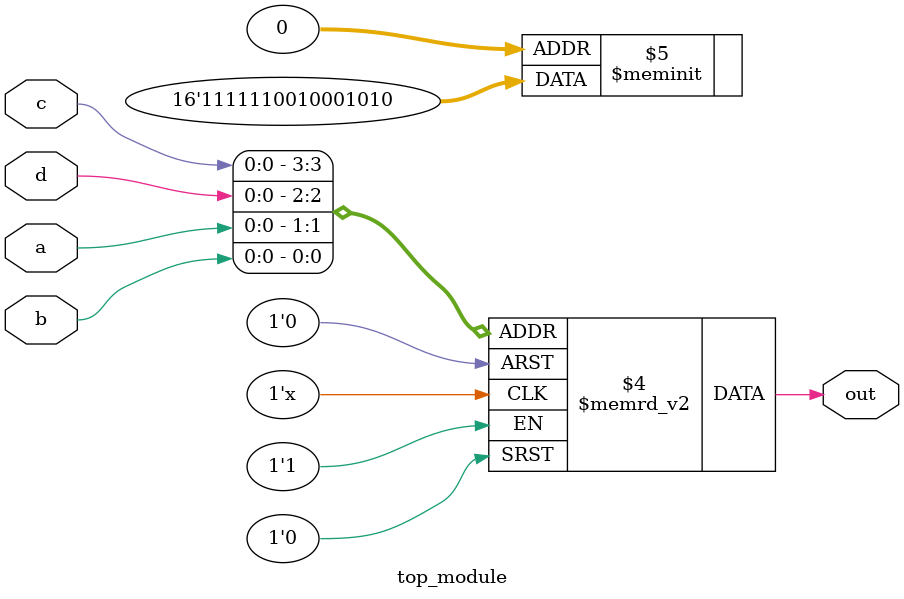
<source format=sv>
module top_module (
    input a, 
    input b,
    input c,
    input d,
    output reg out
);

always @(*) begin
    case ({c,d,a,b})
        4'b0001, 4'b0011, 4'b0111, 
        4'b1110, 4'b1101, 4'b1011, 4'b1111, 4'b1010, 4'b1100: out = 1;
        default: out = 0;
    endcase
end

endmodule

</source>
